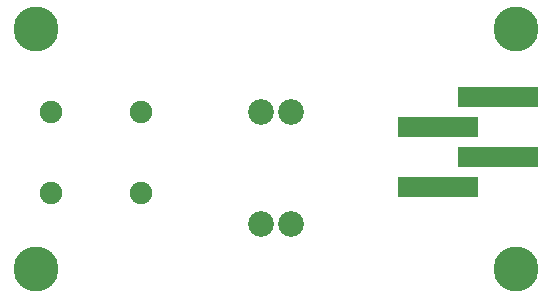
<source format=gts>
G04 (created by PCBNEW (2013-feb-26)-testing) date Sun 10 Mar 2013 06:05:37 PM PDT*
%MOIN*%
G04 Gerber Fmt 3.4, Leading zero omitted, Abs format*
%FSLAX34Y34*%
G01*
G70*
G90*
G04 APERTURE LIST*
%ADD10C,2.3622e-06*%
%ADD11C,0.15*%
%ADD12R,0.27X0.07*%
%ADD13C,0.086*%
%ADD14C,0.075*%
G04 APERTURE END LIST*
G54D10*
G54D11*
X31000Y-21000D03*
X31000Y-29000D03*
X47000Y-29000D03*
X47000Y-21000D03*
G54D12*
X44402Y-26250D03*
X46398Y-25250D03*
X44402Y-24250D03*
X46398Y-23250D03*
G54D13*
X39500Y-23750D03*
X38500Y-23750D03*
G54D14*
X31500Y-23750D03*
X34500Y-23750D03*
X34500Y-26456D03*
X31500Y-26456D03*
G54D13*
X39500Y-27500D03*
X38500Y-27500D03*
M02*

</source>
